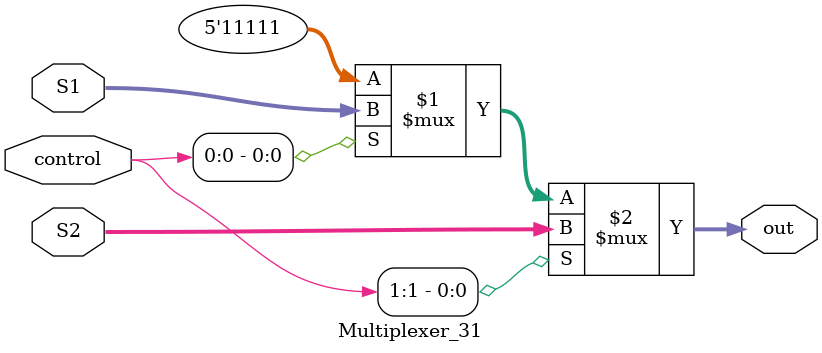
<source format=v>
`timescale 1ns / 1ps
module Multiplexer_31(input [1:0] control,
	input [4:0] S1,input [4:0] S2,output [4:0] out);
    assign out = control[1] ? S2 : (control[0] ? S1 : 5'b11111);
endmodule
</source>
